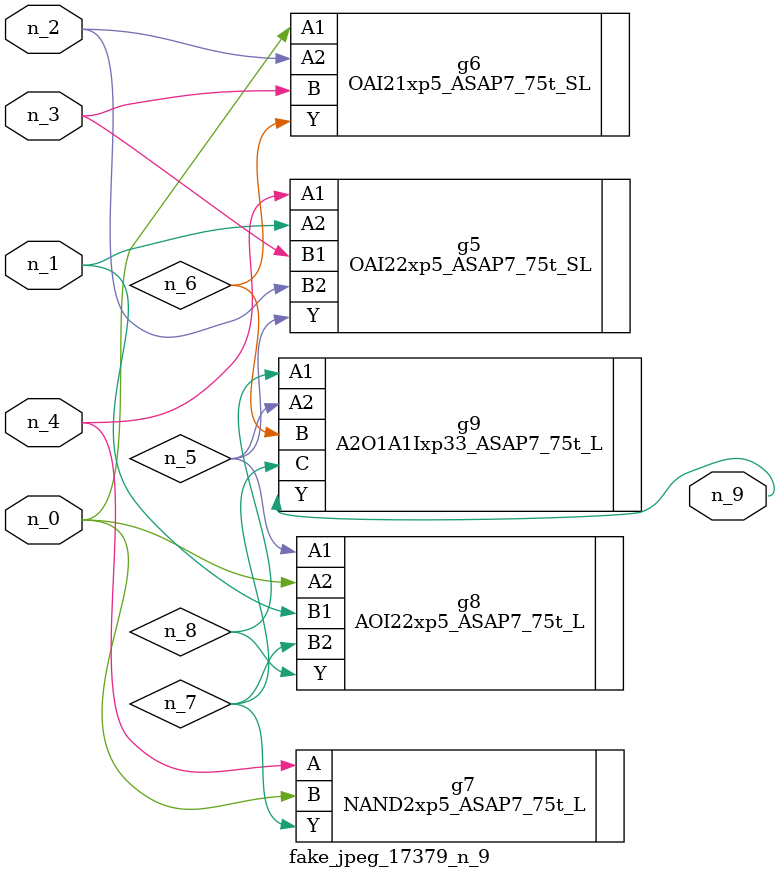
<source format=v>
module fake_jpeg_17379_n_9 (n_3, n_2, n_1, n_0, n_4, n_9);

input n_3;
input n_2;
input n_1;
input n_0;
input n_4;

output n_9;

wire n_8;
wire n_6;
wire n_5;
wire n_7;

OAI22xp5_ASAP7_75t_SL g5 ( 
.A1(n_4),
.A2(n_1),
.B1(n_3),
.B2(n_2),
.Y(n_5)
);

OAI21xp5_ASAP7_75t_SL g6 ( 
.A1(n_0),
.A2(n_2),
.B(n_3),
.Y(n_6)
);

NAND2xp5_ASAP7_75t_L g7 ( 
.A(n_4),
.B(n_0),
.Y(n_7)
);

AOI22xp5_ASAP7_75t_L g8 ( 
.A1(n_5),
.A2(n_0),
.B1(n_1),
.B2(n_7),
.Y(n_8)
);

A2O1A1Ixp33_ASAP7_75t_L g9 ( 
.A1(n_8),
.A2(n_5),
.B(n_6),
.C(n_7),
.Y(n_9)
);


endmodule
</source>
